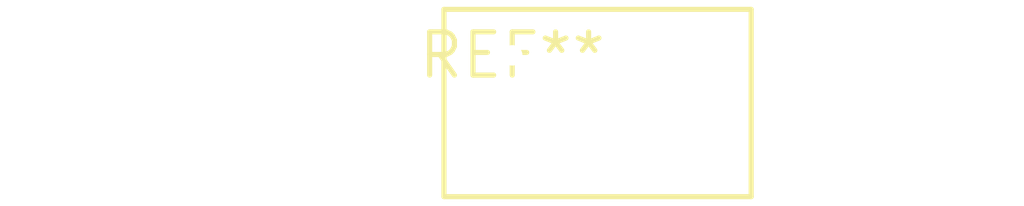
<source format=kicad_pcb>
(kicad_pcb (version 20240108) (generator pcbnew)
  (layers (0 "F.Cu" signal) (31 "B.Cu" signal) (34 "B.Paste" user) (35 "F.Paste" user) (36 "B.SilkS" user "B.Silkscreen") (37 "F.SilkS" user "F.Silkscreen") (38 "B.Mask" user) (39 "F.Mask" user) (44 "Edge.Cuts" user))
  (net 0 "")
  (footprint "RV_Disc_D9mm_W5.5mm_P5mm" (layer "F.Cu") (at 0 0)
    (property "Reference" "REF**")
    (property "Value" "RV_Disc_D9mm_W5.5mm_P5mm")
    (fp_line (start -2 -1.35) (end -2 4.15) (layer "F.SilkS") (stroke (width 0.15)))
    (fp_line (start -2 -1.35) (end 7 -1.35) (layer "F.SilkS") (stroke (width 0.15)))
    (fp_line (start -2 4.15) (end 7 4.15) (layer "F.SilkS") (stroke (width 0.15)))
    (fp_line (start 7 -1.35) (end 7 4.15) (layer "F.SilkS") (stroke (width 0.15)))
    (pad "1" thru_hole circle (at 0 0) (size 1.6 1.6) (drill 0.6) (layers *.Cu *.Mask) (remove_unused_layers))
    (pad "2" thru_hole circle (at 5 2.8) (size 1.6 1.6) (drill 0.6) (layers *.Cu *.Mask) (remove_unused_layers))
  )
)
</source>
